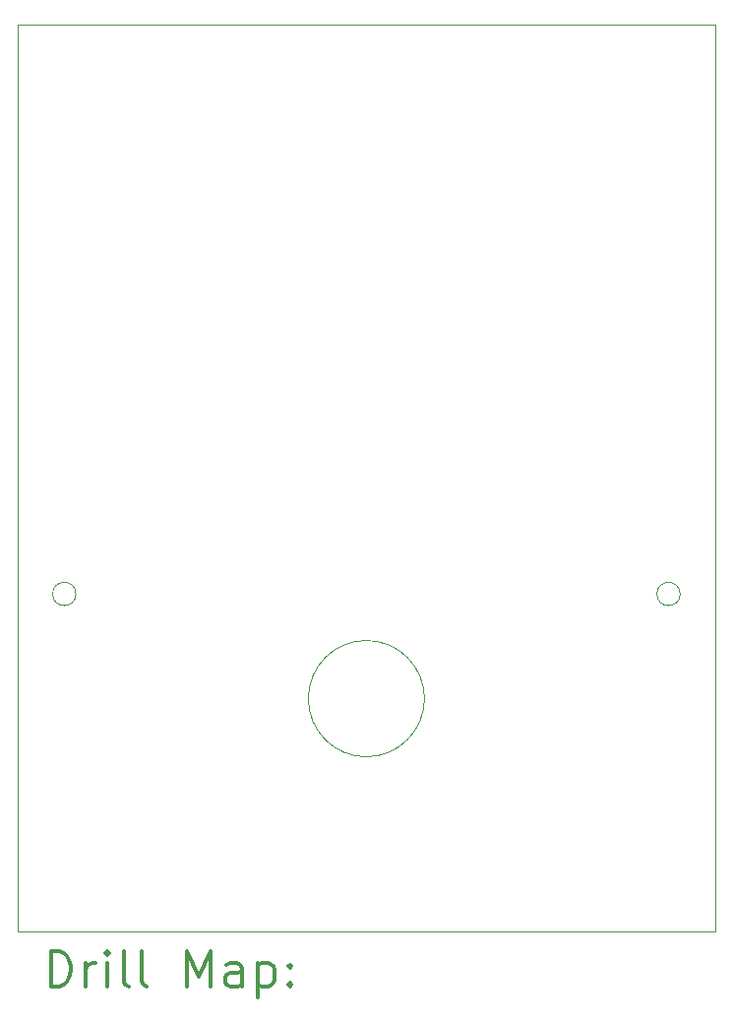
<source format=gbr>
%FSLAX45Y45*%
G04 Gerber Fmt 4.5, Leading zero omitted, Abs format (unit mm)*
G04 Created by KiCad (PCBNEW 5.1.10) date 2021-06-22 10:22:03*
%MOMM*%
%LPD*%
G01*
G04 APERTURE LIST*
%TA.AperFunction,Profile*%
%ADD10C,0.050000*%
%TD*%
%ADD11C,0.200000*%
%ADD12C,0.300000*%
G04 APERTURE END LIST*
D10*
X7760000Y-9225000D02*
G75*
G03*
X7760000Y-9225000I-100000J0D01*
G01*
X12960000Y-9225000D02*
G75*
G03*
X12960000Y-9225000I-100000J0D01*
G01*
X10760000Y-10125000D02*
G75*
G03*
X10760000Y-10125000I-500000J0D01*
G01*
X7260000Y-4330000D02*
X7260000Y-12130000D01*
X13260000Y-4330000D02*
X7260000Y-4330000D01*
X13260000Y-12130000D02*
X13260000Y-4330000D01*
X7260000Y-12130000D02*
X13260000Y-12130000D01*
D11*
D12*
X7543928Y-12598214D02*
X7543928Y-12298214D01*
X7615357Y-12298214D01*
X7658214Y-12312500D01*
X7686786Y-12341071D01*
X7701071Y-12369643D01*
X7715357Y-12426786D01*
X7715357Y-12469643D01*
X7701071Y-12526786D01*
X7686786Y-12555357D01*
X7658214Y-12583929D01*
X7615357Y-12598214D01*
X7543928Y-12598214D01*
X7843928Y-12598214D02*
X7843928Y-12398214D01*
X7843928Y-12455357D02*
X7858214Y-12426786D01*
X7872500Y-12412500D01*
X7901071Y-12398214D01*
X7929643Y-12398214D01*
X8029643Y-12598214D02*
X8029643Y-12398214D01*
X8029643Y-12298214D02*
X8015357Y-12312500D01*
X8029643Y-12326786D01*
X8043928Y-12312500D01*
X8029643Y-12298214D01*
X8029643Y-12326786D01*
X8215357Y-12598214D02*
X8186786Y-12583929D01*
X8172500Y-12555357D01*
X8172500Y-12298214D01*
X8372500Y-12598214D02*
X8343928Y-12583929D01*
X8329643Y-12555357D01*
X8329643Y-12298214D01*
X8715357Y-12598214D02*
X8715357Y-12298214D01*
X8815357Y-12512500D01*
X8915357Y-12298214D01*
X8915357Y-12598214D01*
X9186786Y-12598214D02*
X9186786Y-12441071D01*
X9172500Y-12412500D01*
X9143928Y-12398214D01*
X9086786Y-12398214D01*
X9058214Y-12412500D01*
X9186786Y-12583929D02*
X9158214Y-12598214D01*
X9086786Y-12598214D01*
X9058214Y-12583929D01*
X9043928Y-12555357D01*
X9043928Y-12526786D01*
X9058214Y-12498214D01*
X9086786Y-12483929D01*
X9158214Y-12483929D01*
X9186786Y-12469643D01*
X9329643Y-12398214D02*
X9329643Y-12698214D01*
X9329643Y-12412500D02*
X9358214Y-12398214D01*
X9415357Y-12398214D01*
X9443928Y-12412500D01*
X9458214Y-12426786D01*
X9472500Y-12455357D01*
X9472500Y-12541071D01*
X9458214Y-12569643D01*
X9443928Y-12583929D01*
X9415357Y-12598214D01*
X9358214Y-12598214D01*
X9329643Y-12583929D01*
X9601071Y-12569643D02*
X9615357Y-12583929D01*
X9601071Y-12598214D01*
X9586786Y-12583929D01*
X9601071Y-12569643D01*
X9601071Y-12598214D01*
X9601071Y-12412500D02*
X9615357Y-12426786D01*
X9601071Y-12441071D01*
X9586786Y-12426786D01*
X9601071Y-12412500D01*
X9601071Y-12441071D01*
M02*

</source>
